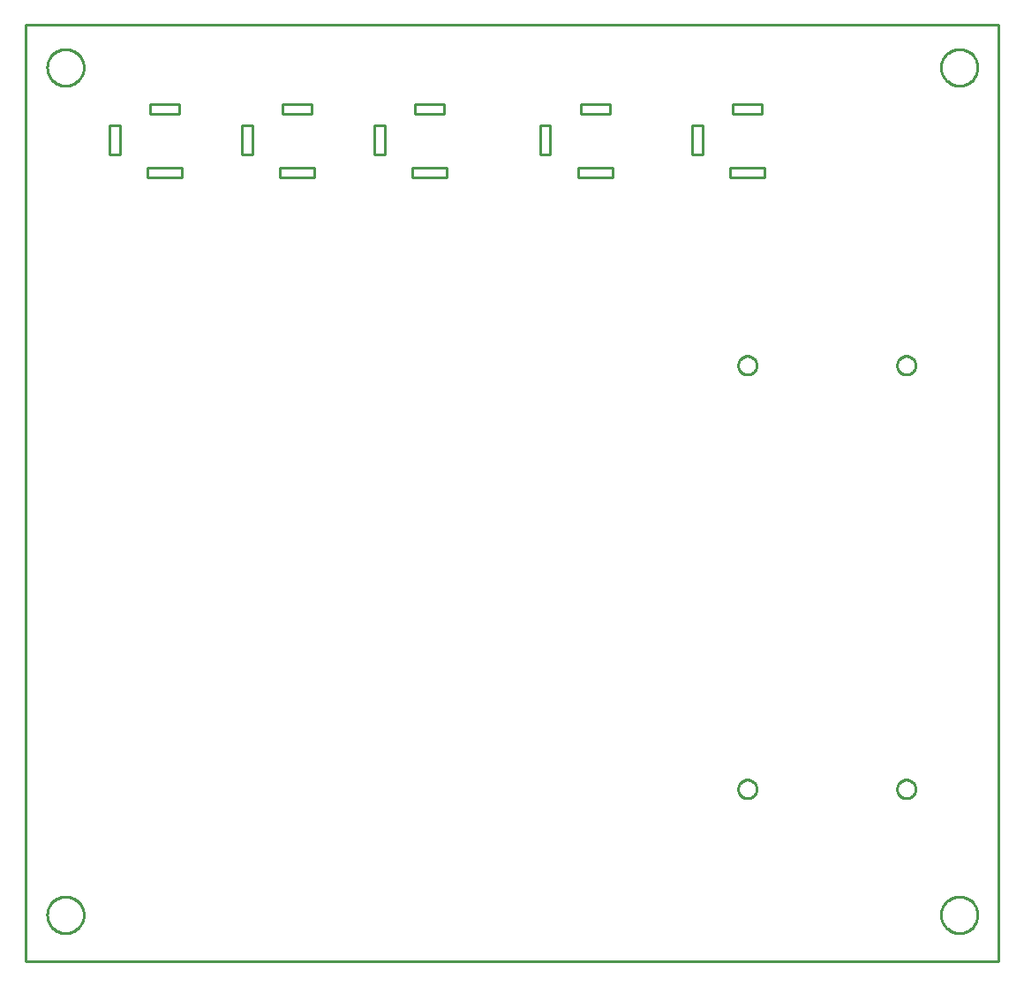
<source format=gbr>
G04 EAGLE Gerber RS-274X export*
G75*
%MOMM*%
%FSLAX34Y34*%
%LPD*%
%IN*%
%IPPOS*%
%AMOC8*
5,1,8,0,0,1.08239X$1,22.5*%
G01*
%ADD10C,0.254000*%


D10*
X-31750Y101600D02*
X901500Y101600D01*
X901500Y1000000D01*
X-31750Y1000000D01*
X-31750Y101600D01*
X341600Y914000D02*
X369600Y914000D01*
X369600Y924000D01*
X341600Y924000D01*
X341600Y914000D01*
X302600Y875000D02*
X312600Y875000D01*
X312600Y903000D01*
X302600Y903000D01*
X302600Y875000D01*
X339100Y853000D02*
X372100Y853000D01*
X372100Y863000D01*
X339100Y863000D01*
X339100Y853000D01*
X214600Y914000D02*
X242600Y914000D01*
X242600Y924000D01*
X214600Y924000D01*
X214600Y914000D01*
X175600Y875000D02*
X185600Y875000D01*
X185600Y903000D01*
X175600Y903000D01*
X175600Y875000D01*
X212100Y853000D02*
X245100Y853000D01*
X245100Y863000D01*
X212100Y863000D01*
X212100Y853000D01*
X87600Y914000D02*
X115600Y914000D01*
X115600Y924000D01*
X87600Y924000D01*
X87600Y914000D01*
X48600Y875000D02*
X58600Y875000D01*
X58600Y903000D01*
X48600Y903000D01*
X48600Y875000D01*
X85100Y853000D02*
X118100Y853000D01*
X118100Y863000D01*
X85100Y863000D01*
X85100Y853000D01*
X646400Y914000D02*
X674400Y914000D01*
X674400Y924000D01*
X646400Y924000D01*
X646400Y914000D01*
X607400Y875000D02*
X617400Y875000D01*
X617400Y903000D01*
X607400Y903000D01*
X607400Y875000D01*
X643900Y853000D02*
X676900Y853000D01*
X676900Y863000D01*
X643900Y863000D01*
X643900Y853000D01*
X500350Y914000D02*
X528350Y914000D01*
X528350Y924000D01*
X500350Y924000D01*
X500350Y914000D01*
X497850Y853000D02*
X530850Y853000D01*
X530850Y863000D01*
X497850Y863000D01*
X497850Y853000D01*
X461350Y875000D02*
X471350Y875000D01*
X471350Y903000D01*
X461350Y903000D01*
X461350Y875000D01*
X881126Y958276D02*
X881051Y957131D01*
X880901Y955994D01*
X880677Y954868D01*
X880380Y953760D01*
X880011Y952673D01*
X879572Y951613D01*
X879065Y950584D01*
X878491Y949590D01*
X877854Y948636D01*
X877155Y947726D01*
X876398Y946863D01*
X875587Y946052D01*
X874724Y945295D01*
X873814Y944596D01*
X872860Y943959D01*
X871866Y943385D01*
X870837Y942878D01*
X869777Y942439D01*
X868690Y942070D01*
X867582Y941773D01*
X866456Y941549D01*
X865319Y941399D01*
X864174Y941324D01*
X863026Y941324D01*
X861881Y941399D01*
X860744Y941549D01*
X859618Y941773D01*
X858510Y942070D01*
X857423Y942439D01*
X856363Y942878D01*
X855334Y943385D01*
X854340Y943959D01*
X853386Y944596D01*
X852476Y945295D01*
X851613Y946052D01*
X850802Y946863D01*
X850045Y947726D01*
X849346Y948636D01*
X848709Y949590D01*
X848135Y950584D01*
X847628Y951613D01*
X847189Y952673D01*
X846820Y953760D01*
X846523Y954868D01*
X846299Y955994D01*
X846149Y957131D01*
X846074Y958276D01*
X846074Y959424D01*
X846149Y960569D01*
X846299Y961706D01*
X846523Y962832D01*
X846820Y963940D01*
X847189Y965027D01*
X847628Y966087D01*
X848135Y967116D01*
X848709Y968110D01*
X849346Y969064D01*
X850045Y969974D01*
X850802Y970837D01*
X851613Y971648D01*
X852476Y972405D01*
X853386Y973104D01*
X854340Y973741D01*
X855334Y974315D01*
X856363Y974822D01*
X857423Y975261D01*
X858510Y975630D01*
X859618Y975927D01*
X860744Y976151D01*
X861881Y976301D01*
X863026Y976376D01*
X864174Y976376D01*
X865319Y976301D01*
X866456Y976151D01*
X867582Y975927D01*
X868690Y975630D01*
X869777Y975261D01*
X870837Y974822D01*
X871866Y974315D01*
X872860Y973741D01*
X873814Y973104D01*
X874724Y972405D01*
X875587Y971648D01*
X876398Y970837D01*
X877155Y969974D01*
X877854Y969064D01*
X878491Y968110D01*
X879065Y967116D01*
X879572Y966087D01*
X880011Y965027D01*
X880380Y963940D01*
X880677Y962832D01*
X880901Y961706D01*
X881051Y960569D01*
X881126Y959424D01*
X881126Y958276D01*
X23876Y958276D02*
X23801Y957131D01*
X23651Y955994D01*
X23427Y954868D01*
X23130Y953760D01*
X22761Y952673D01*
X22322Y951613D01*
X21815Y950584D01*
X21241Y949590D01*
X20604Y948636D01*
X19905Y947726D01*
X19148Y946863D01*
X18337Y946052D01*
X17474Y945295D01*
X16564Y944596D01*
X15610Y943959D01*
X14616Y943385D01*
X13587Y942878D01*
X12527Y942439D01*
X11440Y942070D01*
X10332Y941773D01*
X9206Y941549D01*
X8069Y941399D01*
X6924Y941324D01*
X5776Y941324D01*
X4631Y941399D01*
X3494Y941549D01*
X2368Y941773D01*
X1260Y942070D01*
X173Y942439D01*
X-887Y942878D01*
X-1916Y943385D01*
X-2910Y943959D01*
X-3864Y944596D01*
X-4774Y945295D01*
X-5637Y946052D01*
X-6448Y946863D01*
X-7205Y947726D01*
X-7904Y948636D01*
X-8541Y949590D01*
X-9115Y950584D01*
X-9622Y951613D01*
X-10061Y952673D01*
X-10430Y953760D01*
X-10727Y954868D01*
X-10951Y955994D01*
X-11101Y957131D01*
X-11176Y958276D01*
X-11176Y959424D01*
X-11101Y960569D01*
X-10951Y961706D01*
X-10727Y962832D01*
X-10430Y963940D01*
X-10061Y965027D01*
X-9622Y966087D01*
X-9115Y967116D01*
X-8541Y968110D01*
X-7904Y969064D01*
X-7205Y969974D01*
X-6448Y970837D01*
X-5637Y971648D01*
X-4774Y972405D01*
X-3864Y973104D01*
X-2910Y973741D01*
X-1916Y974315D01*
X-887Y974822D01*
X173Y975261D01*
X1260Y975630D01*
X2368Y975927D01*
X3494Y976151D01*
X4631Y976301D01*
X5776Y976376D01*
X6924Y976376D01*
X8069Y976301D01*
X9206Y976151D01*
X10332Y975927D01*
X11440Y975630D01*
X12527Y975261D01*
X13587Y974822D01*
X14616Y974315D01*
X15610Y973741D01*
X16564Y973104D01*
X17474Y972405D01*
X18337Y971648D01*
X19148Y970837D01*
X19905Y969974D01*
X20604Y969064D01*
X21241Y968110D01*
X21815Y967116D01*
X22322Y966087D01*
X22761Y965027D01*
X23130Y963940D01*
X23427Y962832D01*
X23651Y961706D01*
X23801Y960569D01*
X23876Y959424D01*
X23876Y958276D01*
X23876Y145476D02*
X23801Y144331D01*
X23651Y143194D01*
X23427Y142068D01*
X23130Y140960D01*
X22761Y139873D01*
X22322Y138813D01*
X21815Y137784D01*
X21241Y136790D01*
X20604Y135836D01*
X19905Y134926D01*
X19148Y134063D01*
X18337Y133252D01*
X17474Y132495D01*
X16564Y131796D01*
X15610Y131159D01*
X14616Y130585D01*
X13587Y130078D01*
X12527Y129639D01*
X11440Y129270D01*
X10332Y128973D01*
X9206Y128749D01*
X8069Y128599D01*
X6924Y128524D01*
X5776Y128524D01*
X4631Y128599D01*
X3494Y128749D01*
X2368Y128973D01*
X1260Y129270D01*
X173Y129639D01*
X-887Y130078D01*
X-1916Y130585D01*
X-2910Y131159D01*
X-3864Y131796D01*
X-4774Y132495D01*
X-5637Y133252D01*
X-6448Y134063D01*
X-7205Y134926D01*
X-7904Y135836D01*
X-8541Y136790D01*
X-9115Y137784D01*
X-9622Y138813D01*
X-10061Y139873D01*
X-10430Y140960D01*
X-10727Y142068D01*
X-10951Y143194D01*
X-11101Y144331D01*
X-11176Y145476D01*
X-11176Y146624D01*
X-11101Y147769D01*
X-10951Y148906D01*
X-10727Y150032D01*
X-10430Y151140D01*
X-10061Y152227D01*
X-9622Y153287D01*
X-9115Y154316D01*
X-8541Y155310D01*
X-7904Y156264D01*
X-7205Y157174D01*
X-6448Y158037D01*
X-5637Y158848D01*
X-4774Y159605D01*
X-3864Y160304D01*
X-2910Y160941D01*
X-1916Y161515D01*
X-887Y162022D01*
X173Y162461D01*
X1260Y162830D01*
X2368Y163127D01*
X3494Y163351D01*
X4631Y163501D01*
X5776Y163576D01*
X6924Y163576D01*
X8069Y163501D01*
X9206Y163351D01*
X10332Y163127D01*
X11440Y162830D01*
X12527Y162461D01*
X13587Y162022D01*
X14616Y161515D01*
X15610Y160941D01*
X16564Y160304D01*
X17474Y159605D01*
X18337Y158848D01*
X19148Y158037D01*
X19905Y157174D01*
X20604Y156264D01*
X21241Y155310D01*
X21815Y154316D01*
X22322Y153287D01*
X22761Y152227D01*
X23130Y151140D01*
X23427Y150032D01*
X23651Y148906D01*
X23801Y147769D01*
X23876Y146624D01*
X23876Y145476D01*
X881126Y145476D02*
X881051Y144331D01*
X880901Y143194D01*
X880677Y142068D01*
X880380Y140960D01*
X880011Y139873D01*
X879572Y138813D01*
X879065Y137784D01*
X878491Y136790D01*
X877854Y135836D01*
X877155Y134926D01*
X876398Y134063D01*
X875587Y133252D01*
X874724Y132495D01*
X873814Y131796D01*
X872860Y131159D01*
X871866Y130585D01*
X870837Y130078D01*
X869777Y129639D01*
X868690Y129270D01*
X867582Y128973D01*
X866456Y128749D01*
X865319Y128599D01*
X864174Y128524D01*
X863026Y128524D01*
X861881Y128599D01*
X860744Y128749D01*
X859618Y128973D01*
X858510Y129270D01*
X857423Y129639D01*
X856363Y130078D01*
X855334Y130585D01*
X854340Y131159D01*
X853386Y131796D01*
X852476Y132495D01*
X851613Y133252D01*
X850802Y134063D01*
X850045Y134926D01*
X849346Y135836D01*
X848709Y136790D01*
X848135Y137784D01*
X847628Y138813D01*
X847189Y139873D01*
X846820Y140960D01*
X846523Y142068D01*
X846299Y143194D01*
X846149Y144331D01*
X846074Y145476D01*
X846074Y146624D01*
X846149Y147769D01*
X846299Y148906D01*
X846523Y150032D01*
X846820Y151140D01*
X847189Y152227D01*
X847628Y153287D01*
X848135Y154316D01*
X848709Y155310D01*
X849346Y156264D01*
X850045Y157174D01*
X850802Y158037D01*
X851613Y158848D01*
X852476Y159605D01*
X853386Y160304D01*
X854340Y160941D01*
X855334Y161515D01*
X856363Y162022D01*
X857423Y162461D01*
X858510Y162830D01*
X859618Y163127D01*
X860744Y163351D01*
X861881Y163501D01*
X863026Y163576D01*
X864174Y163576D01*
X865319Y163501D01*
X866456Y163351D01*
X867582Y163127D01*
X868690Y162830D01*
X869777Y162461D01*
X870837Y162022D01*
X871866Y161515D01*
X872860Y160941D01*
X873814Y160304D01*
X874724Y159605D01*
X875587Y158848D01*
X876398Y158037D01*
X877155Y157174D01*
X877854Y156264D01*
X878491Y155310D01*
X879065Y154316D01*
X879572Y153287D01*
X880011Y152227D01*
X880380Y151140D01*
X880677Y150032D01*
X880901Y148906D01*
X881051Y147769D01*
X881126Y146624D01*
X881126Y145476D01*
X813188Y275590D02*
X813961Y275522D01*
X814726Y275388D01*
X815476Y275187D01*
X816205Y274921D01*
X816909Y274593D01*
X817581Y274205D01*
X818217Y273760D01*
X818812Y273261D01*
X819361Y272712D01*
X819860Y272117D01*
X820305Y271481D01*
X820693Y270809D01*
X821021Y270105D01*
X821287Y269376D01*
X821488Y268626D01*
X821622Y267861D01*
X821690Y267088D01*
X821690Y266312D01*
X821622Y265539D01*
X821488Y264774D01*
X821287Y264024D01*
X821021Y263295D01*
X820693Y262591D01*
X820305Y261919D01*
X819860Y261283D01*
X819361Y260688D01*
X818812Y260139D01*
X818217Y259640D01*
X817581Y259195D01*
X816909Y258807D01*
X816205Y258479D01*
X815476Y258213D01*
X814726Y258012D01*
X813961Y257878D01*
X813188Y257810D01*
X812412Y257810D01*
X811639Y257878D01*
X810874Y258012D01*
X810124Y258213D01*
X809395Y258479D01*
X808691Y258807D01*
X808019Y259195D01*
X807383Y259640D01*
X806788Y260139D01*
X806239Y260688D01*
X805740Y261283D01*
X805295Y261919D01*
X804907Y262591D01*
X804579Y263295D01*
X804313Y264024D01*
X804112Y264774D01*
X803978Y265539D01*
X803910Y266312D01*
X803910Y267088D01*
X803978Y267861D01*
X804112Y268626D01*
X804313Y269376D01*
X804579Y270105D01*
X804907Y270809D01*
X805295Y271481D01*
X805740Y272117D01*
X806239Y272712D01*
X806788Y273261D01*
X807383Y273760D01*
X808019Y274205D01*
X808691Y274593D01*
X809395Y274921D01*
X810124Y275187D01*
X810874Y275388D01*
X811639Y275522D01*
X812412Y275590D01*
X813188Y275590D01*
X660788Y275590D02*
X661561Y275522D01*
X662326Y275388D01*
X663076Y275187D01*
X663805Y274921D01*
X664509Y274593D01*
X665181Y274205D01*
X665817Y273760D01*
X666412Y273261D01*
X666961Y272712D01*
X667460Y272117D01*
X667905Y271481D01*
X668293Y270809D01*
X668621Y270105D01*
X668887Y269376D01*
X669088Y268626D01*
X669222Y267861D01*
X669290Y267088D01*
X669290Y266312D01*
X669222Y265539D01*
X669088Y264774D01*
X668887Y264024D01*
X668621Y263295D01*
X668293Y262591D01*
X667905Y261919D01*
X667460Y261283D01*
X666961Y260688D01*
X666412Y260139D01*
X665817Y259640D01*
X665181Y259195D01*
X664509Y258807D01*
X663805Y258479D01*
X663076Y258213D01*
X662326Y258012D01*
X661561Y257878D01*
X660788Y257810D01*
X660012Y257810D01*
X659239Y257878D01*
X658474Y258012D01*
X657724Y258213D01*
X656995Y258479D01*
X656291Y258807D01*
X655619Y259195D01*
X654983Y259640D01*
X654388Y260139D01*
X653839Y260688D01*
X653340Y261283D01*
X652895Y261919D01*
X652507Y262591D01*
X652179Y263295D01*
X651913Y264024D01*
X651712Y264774D01*
X651578Y265539D01*
X651510Y266312D01*
X651510Y267088D01*
X651578Y267861D01*
X651712Y268626D01*
X651913Y269376D01*
X652179Y270105D01*
X652507Y270809D01*
X652895Y271481D01*
X653340Y272117D01*
X653839Y272712D01*
X654388Y273261D01*
X654983Y273760D01*
X655619Y274205D01*
X656291Y274593D01*
X656995Y274921D01*
X657724Y275187D01*
X658474Y275388D01*
X659239Y275522D01*
X660012Y275590D01*
X660788Y275590D01*
X660788Y681990D02*
X661561Y681922D01*
X662326Y681788D01*
X663076Y681587D01*
X663805Y681321D01*
X664509Y680993D01*
X665181Y680605D01*
X665817Y680160D01*
X666412Y679661D01*
X666961Y679112D01*
X667460Y678517D01*
X667905Y677881D01*
X668293Y677209D01*
X668621Y676505D01*
X668887Y675776D01*
X669088Y675026D01*
X669222Y674261D01*
X669290Y673488D01*
X669290Y672712D01*
X669222Y671939D01*
X669088Y671174D01*
X668887Y670424D01*
X668621Y669695D01*
X668293Y668991D01*
X667905Y668319D01*
X667460Y667683D01*
X666961Y667088D01*
X666412Y666539D01*
X665817Y666040D01*
X665181Y665595D01*
X664509Y665207D01*
X663805Y664879D01*
X663076Y664613D01*
X662326Y664412D01*
X661561Y664278D01*
X660788Y664210D01*
X660012Y664210D01*
X659239Y664278D01*
X658474Y664412D01*
X657724Y664613D01*
X656995Y664879D01*
X656291Y665207D01*
X655619Y665595D01*
X654983Y666040D01*
X654388Y666539D01*
X653839Y667088D01*
X653340Y667683D01*
X652895Y668319D01*
X652507Y668991D01*
X652179Y669695D01*
X651913Y670424D01*
X651712Y671174D01*
X651578Y671939D01*
X651510Y672712D01*
X651510Y673488D01*
X651578Y674261D01*
X651712Y675026D01*
X651913Y675776D01*
X652179Y676505D01*
X652507Y677209D01*
X652895Y677881D01*
X653340Y678517D01*
X653839Y679112D01*
X654388Y679661D01*
X654983Y680160D01*
X655619Y680605D01*
X656291Y680993D01*
X656995Y681321D01*
X657724Y681587D01*
X658474Y681788D01*
X659239Y681922D01*
X660012Y681990D01*
X660788Y681990D01*
X813188Y681990D02*
X813961Y681922D01*
X814726Y681788D01*
X815476Y681587D01*
X816205Y681321D01*
X816909Y680993D01*
X817581Y680605D01*
X818217Y680160D01*
X818812Y679661D01*
X819361Y679112D01*
X819860Y678517D01*
X820305Y677881D01*
X820693Y677209D01*
X821021Y676505D01*
X821287Y675776D01*
X821488Y675026D01*
X821622Y674261D01*
X821690Y673488D01*
X821690Y672712D01*
X821622Y671939D01*
X821488Y671174D01*
X821287Y670424D01*
X821021Y669695D01*
X820693Y668991D01*
X820305Y668319D01*
X819860Y667683D01*
X819361Y667088D01*
X818812Y666539D01*
X818217Y666040D01*
X817581Y665595D01*
X816909Y665207D01*
X816205Y664879D01*
X815476Y664613D01*
X814726Y664412D01*
X813961Y664278D01*
X813188Y664210D01*
X812412Y664210D01*
X811639Y664278D01*
X810874Y664412D01*
X810124Y664613D01*
X809395Y664879D01*
X808691Y665207D01*
X808019Y665595D01*
X807383Y666040D01*
X806788Y666539D01*
X806239Y667088D01*
X805740Y667683D01*
X805295Y668319D01*
X804907Y668991D01*
X804579Y669695D01*
X804313Y670424D01*
X804112Y671174D01*
X803978Y671939D01*
X803910Y672712D01*
X803910Y673488D01*
X803978Y674261D01*
X804112Y675026D01*
X804313Y675776D01*
X804579Y676505D01*
X804907Y677209D01*
X805295Y677881D01*
X805740Y678517D01*
X806239Y679112D01*
X806788Y679661D01*
X807383Y680160D01*
X808019Y680605D01*
X808691Y680993D01*
X809395Y681321D01*
X810124Y681587D01*
X810874Y681788D01*
X811639Y681922D01*
X812412Y681990D01*
X813188Y681990D01*
M02*

</source>
